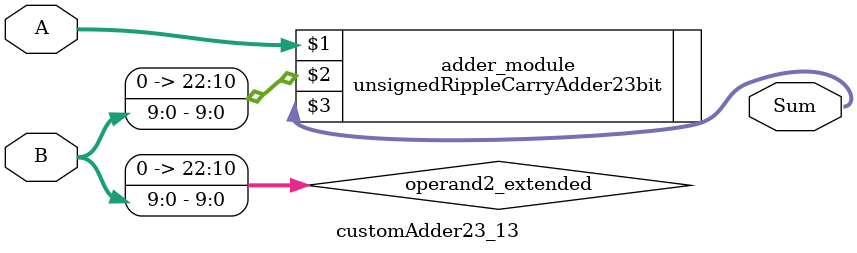
<source format=v>

module customAdder23_13(
                    input [22 : 0] A,
                    input [9 : 0] B,
                    
                    output [23 : 0] Sum
            );

    wire [22 : 0] operand2_extended;
    
    assign operand2_extended =  {13'b0, B};
    
    unsignedRippleCarryAdder23bit adder_module(
        A,
        operand2_extended,
        Sum
    );
    
endmodule
        
</source>
